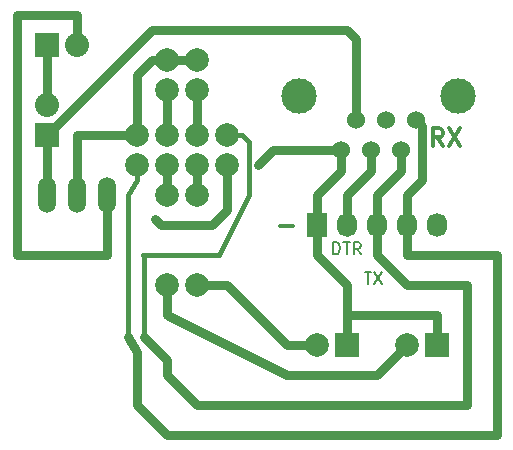
<source format=gbr>
G04 #@! TF.FileFunction,Copper,L1,Top,Signal*
%FSLAX46Y46*%
G04 Gerber Fmt 4.6, Leading zero omitted, Abs format (unit mm)*
G04 Created by KiCad (PCBNEW 4.0.2+dfsg1-stable) date Аўт 17 Тра 2016 11:59:37*
%MOMM*%
G01*
G04 APERTURE LIST*
%ADD10C,0.100000*%
%ADD11C,0.200000*%
%ADD12C,0.300000*%
%ADD13C,0.150000*%
%ADD14R,2.000000X2.000000*%
%ADD15C,2.000000*%
%ADD16C,1.524000*%
%ADD17C,2.999740*%
%ADD18R,2.032000X2.032000*%
%ADD19O,2.032000X2.032000*%
%ADD20R,1.727200X2.032000*%
%ADD21O,1.727200X2.032000*%
%ADD22C,1.998980*%
%ADD23O,1.506220X3.014980*%
%ADD24C,0.750000*%
%ADD25C,0.400000*%
G04 APERTURE END LIST*
D10*
D11*
X156464095Y-103084381D02*
X157035524Y-103084381D01*
X156749809Y-104084381D02*
X156749809Y-103084381D01*
X157273619Y-103084381D02*
X157940286Y-104084381D01*
X157940286Y-103084381D02*
X157273619Y-104084381D01*
D12*
X163072001Y-92372571D02*
X162572001Y-91658286D01*
X162214858Y-92372571D02*
X162214858Y-90872571D01*
X162786286Y-90872571D01*
X162929144Y-90944000D01*
X163000572Y-91015429D01*
X163072001Y-91158286D01*
X163072001Y-91372571D01*
X163000572Y-91515429D01*
X162929144Y-91586857D01*
X162786286Y-91658286D01*
X162214858Y-91658286D01*
X163572001Y-90872571D02*
X164572001Y-92372571D01*
X164572001Y-90872571D02*
X163572001Y-92372571D01*
D13*
X153797143Y-101544381D02*
X153797143Y-100544381D01*
X154035238Y-100544381D01*
X154178096Y-100592000D01*
X154273334Y-100687238D01*
X154320953Y-100782476D01*
X154368572Y-100972952D01*
X154368572Y-101115810D01*
X154320953Y-101306286D01*
X154273334Y-101401524D01*
X154178096Y-101496762D01*
X154035238Y-101544381D01*
X153797143Y-101544381D01*
X154654286Y-100544381D02*
X155225715Y-100544381D01*
X154940000Y-101544381D02*
X154940000Y-100544381D01*
X156130477Y-101544381D02*
X155797143Y-101068190D01*
X155559048Y-101544381D02*
X155559048Y-100544381D01*
X155940001Y-100544381D01*
X156035239Y-100592000D01*
X156082858Y-100639619D01*
X156130477Y-100734857D01*
X156130477Y-100877714D01*
X156082858Y-100972952D01*
X156035239Y-101020571D01*
X155940001Y-101068190D01*
X155559048Y-101068190D01*
D12*
X149288572Y-99167143D02*
X150431429Y-99167143D01*
D14*
X162560000Y-109220000D03*
D15*
X160020000Y-109220000D03*
D14*
X154940000Y-109220000D03*
D15*
X152400000Y-109220000D03*
D16*
X156972000Y-92710000D03*
X159512000Y-92710000D03*
X154432000Y-92710000D03*
X160782000Y-90170000D03*
X158242000Y-90170000D03*
X155702000Y-90170000D03*
D17*
X150876000Y-88138000D03*
X164338000Y-88138000D03*
D18*
X129540000Y-83820000D03*
D19*
X132080000Y-83820000D03*
D18*
X129540000Y-91440000D03*
D19*
X129540000Y-88900000D03*
D20*
X152400000Y-99060000D03*
D21*
X154940000Y-99060000D03*
X157480000Y-99060000D03*
X160020000Y-99060000D03*
X162560000Y-99060000D03*
D22*
X142240000Y-104140000D03*
X142240000Y-96520000D03*
X139700000Y-104140000D03*
X139700000Y-96520000D03*
D23*
X129540000Y-96520000D03*
X132080000Y-96520000D03*
X134620000Y-96520000D03*
D15*
X137160000Y-91440000D03*
X139700000Y-91440000D03*
X142240000Y-91440000D03*
X144780000Y-91440000D03*
X144780000Y-93980000D03*
X142240000Y-93980000D03*
X139700000Y-93980000D03*
X137160000Y-93980000D03*
D22*
X142240000Y-87630000D03*
X142240000Y-85090000D03*
X139700000Y-87630000D03*
X139700000Y-85090000D03*
D24*
X144780000Y-93980000D02*
X144780000Y-97790000D01*
X139192000Y-99060000D02*
X138684000Y-98552000D01*
X143510000Y-99060000D02*
X139192000Y-99060000D01*
X144780000Y-97790000D02*
X143510000Y-99060000D01*
X154432000Y-92710000D02*
X148730002Y-92710000D01*
X148730002Y-92710000D02*
X147460002Y-93980000D01*
X132080000Y-83820000D02*
X132080000Y-81280000D01*
X134620000Y-101600000D02*
X134620000Y-96520000D01*
X127000000Y-101600000D02*
X134620000Y-101600000D01*
X127000000Y-81280000D02*
X127000000Y-101600000D01*
X132080000Y-81280000D02*
X127000000Y-81280000D01*
X154940000Y-106680000D02*
X154940000Y-104140000D01*
X154940000Y-104140000D02*
X152400000Y-101600000D01*
X152400000Y-101600000D02*
X152400000Y-99060000D01*
X162560000Y-109220000D02*
X162560000Y-106680000D01*
X154940000Y-106680000D02*
X154940000Y-109220000D01*
X162560000Y-106680000D02*
X154940000Y-106680000D01*
X154432000Y-92710000D02*
X154432000Y-94488000D01*
X152400000Y-96520000D02*
X152400000Y-99060000D01*
X154432000Y-94488000D02*
X152400000Y-96520000D01*
X139700000Y-104140000D02*
X139700000Y-106680000D01*
X157480000Y-111760000D02*
X160020000Y-109220000D01*
X149860000Y-111760000D02*
X157480000Y-111760000D01*
X139700000Y-106680000D02*
X149860000Y-111760000D01*
X142240000Y-104140000D02*
X144780000Y-104140000D01*
X149860000Y-109220000D02*
X152400000Y-109220000D01*
X144780000Y-104140000D02*
X149860000Y-109220000D01*
X156972000Y-92710000D02*
X156972000Y-94488000D01*
X154940000Y-96520000D02*
X154940000Y-99060000D01*
X156972000Y-94488000D02*
X154940000Y-96520000D01*
X154940000Y-99060000D02*
X154940000Y-99695000D01*
X157480000Y-99060000D02*
X157480000Y-101600000D01*
D25*
X146050000Y-91440000D02*
X144780000Y-91440000D01*
X137795000Y-101600000D02*
X137795000Y-108585000D01*
X137668000Y-101600000D02*
X137795000Y-101600000D01*
X144145000Y-101600000D02*
X137668000Y-101600000D01*
X146685000Y-96520000D02*
X144145000Y-101600000D01*
X146685000Y-92075000D02*
X146685000Y-96520000D01*
X146050000Y-91440000D02*
X146685000Y-92075000D01*
D24*
X139700000Y-110490000D02*
X137795000Y-108585000D01*
X139700000Y-111760000D02*
X139700000Y-110490000D01*
X142240000Y-114300000D02*
X139700000Y-111760000D01*
X165100000Y-114300000D02*
X142240000Y-114300000D01*
X165100000Y-104140000D02*
X165100000Y-114300000D01*
X160020000Y-104140000D02*
X165100000Y-104140000D01*
X157480000Y-101600000D02*
X160020000Y-104140000D01*
X159512000Y-92710000D02*
X159512000Y-94488000D01*
X157480000Y-96520000D02*
X157480000Y-99060000D01*
X159512000Y-94488000D02*
X157480000Y-96520000D01*
X160020000Y-99060000D02*
X160020000Y-101600000D01*
D25*
X137160000Y-95250000D02*
X136398000Y-96520000D01*
X136398000Y-96520000D02*
X136398000Y-108585000D01*
X137160000Y-95250000D02*
X137160000Y-93980000D01*
D24*
X137160000Y-109855000D02*
X136398000Y-108585000D01*
X137160000Y-114300000D02*
X137160000Y-109855000D01*
X139700000Y-116840000D02*
X137160000Y-114300000D01*
X167640000Y-116840000D02*
X139700000Y-116840000D01*
X167640000Y-101600000D02*
X167640000Y-116840000D01*
X160020000Y-101600000D02*
X167640000Y-101600000D01*
X160020000Y-99060000D02*
X160020000Y-96520000D01*
X161290000Y-95250000D02*
X161290000Y-90678000D01*
X160020000Y-96520000D02*
X161290000Y-95250000D01*
X161290000Y-90678000D02*
X160782000Y-90170000D01*
X129540000Y-91440000D02*
X137160000Y-83820000D01*
X155702000Y-83312000D02*
X155702000Y-90170000D01*
X154940000Y-82550000D02*
X155702000Y-83312000D01*
X138430000Y-82550000D02*
X154940000Y-82550000D01*
X137160000Y-83820000D02*
X138430000Y-82550000D01*
X129540000Y-91440000D02*
X129540000Y-96520000D01*
X129540000Y-83820000D02*
X129540000Y-88900000D01*
X142240000Y-96520000D02*
X142240000Y-93980000D01*
X142240000Y-91440000D02*
X142240000Y-87630000D01*
X139700000Y-85090000D02*
X142240000Y-85090000D01*
X137160000Y-91440000D02*
X137160000Y-86360000D01*
X138430000Y-85090000D02*
X139700000Y-85090000D01*
X137160000Y-86360000D02*
X138430000Y-85090000D01*
X132080000Y-96520000D02*
X132080000Y-91440000D01*
X132080000Y-91440000D02*
X137160000Y-91440000D01*
X139700000Y-93980000D02*
X139700000Y-96520000D01*
X139700000Y-87630000D02*
X139700000Y-91440000D01*
M02*

</source>
